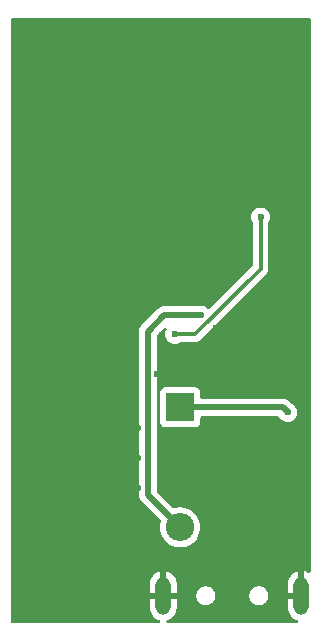
<source format=gbl>
G04 #@! TF.GenerationSoftware,KiCad,Pcbnew,8.0.0*
G04 #@! TF.CreationDate,2024-06-27T16:52:22+02:00*
G04 #@! TF.ProjectId,BatteryBridge,42617474-6572-4794-9272-696467652e6b,rev?*
G04 #@! TF.SameCoordinates,Original*
G04 #@! TF.FileFunction,Copper,L2,Bot*
G04 #@! TF.FilePolarity,Positive*
%FSLAX46Y46*%
G04 Gerber Fmt 4.6, Leading zero omitted, Abs format (unit mm)*
G04 Created by KiCad (PCBNEW 8.0.0) date 2024-06-27 16:52:22*
%MOMM*%
%LPD*%
G01*
G04 APERTURE LIST*
G04 #@! TA.AperFunction,ComponentPad*
%ADD10R,2.400000X2.400000*%
G04 #@! TD*
G04 #@! TA.AperFunction,ComponentPad*
%ADD11O,2.400000X2.400000*%
G04 #@! TD*
G04 #@! TA.AperFunction,ComponentPad*
%ADD12O,1.300000X3.200000*%
G04 #@! TD*
G04 #@! TA.AperFunction,ViaPad*
%ADD13C,0.600000*%
G04 #@! TD*
G04 #@! TA.AperFunction,Conductor*
%ADD14C,0.300000*%
G04 #@! TD*
G04 #@! TA.AperFunction,Conductor*
%ADD15C,0.508000*%
G04 #@! TD*
G04 APERTURE END LIST*
D10*
X75700000Y-70670000D03*
D11*
X75700000Y-80830000D03*
D12*
X85951000Y-86614000D03*
X74251000Y-86614000D03*
D13*
X77978000Y-80518000D03*
X74168000Y-64516000D03*
X73406000Y-62230000D03*
X83820000Y-64262000D03*
X83820000Y-62484000D03*
X77470000Y-53086000D03*
X75438000Y-45466000D03*
X75438000Y-42418000D03*
X81280000Y-48006000D03*
X83820000Y-48006000D03*
X81280000Y-45974000D03*
X83820000Y-45974000D03*
X83820000Y-42418000D03*
X80518000Y-42418000D03*
X77470000Y-42418000D03*
X80518000Y-40132000D03*
X77470000Y-40132000D03*
X77470000Y-38100000D03*
X80518000Y-38100000D03*
X83820000Y-38100000D03*
X86106000Y-38100000D03*
X86106000Y-41148000D03*
X86106000Y-44196000D03*
X86106000Y-48006000D03*
X86106000Y-51054000D03*
X86106000Y-53848000D03*
X86106000Y-60198000D03*
X86106000Y-62484000D03*
X86106000Y-65786000D03*
X86106000Y-69342000D03*
X85344000Y-83058000D03*
X85344000Y-80518000D03*
X79248000Y-69342000D03*
X83820000Y-69342000D03*
X83820000Y-74422000D03*
X83820000Y-72136000D03*
X76962000Y-77470000D03*
X76962000Y-74930000D03*
X76962000Y-72644000D03*
X74676000Y-72644000D03*
X74930000Y-74930000D03*
X74930000Y-77470000D03*
X74422000Y-83312000D03*
X83312000Y-85852000D03*
X81026000Y-85852000D03*
X78994000Y-85852000D03*
X75946000Y-85852000D03*
X83312000Y-87884000D03*
X81026000Y-87884000D03*
X78994000Y-87884000D03*
X75946000Y-87884000D03*
X72136000Y-87884000D03*
X72136000Y-85090000D03*
X72136000Y-82550000D03*
X72136000Y-80010000D03*
X72136000Y-77470000D03*
X72136000Y-74930000D03*
X72136000Y-72390000D03*
X72136000Y-49530000D03*
X72136000Y-46990000D03*
X72136000Y-44450000D03*
X72136000Y-39370000D03*
X61976000Y-39370000D03*
X61976000Y-41910000D03*
X61976000Y-44450000D03*
X61976000Y-46990000D03*
X61976000Y-49530000D03*
X61976000Y-52070000D03*
X61976000Y-54610000D03*
X61976000Y-57150000D03*
X61976000Y-59690000D03*
X61976000Y-62230000D03*
X61976000Y-64770000D03*
X61976000Y-67310000D03*
X61976000Y-69850000D03*
X61976000Y-72390000D03*
X61976000Y-74930000D03*
X61976000Y-77470000D03*
X61976000Y-80010000D03*
X61976000Y-82550000D03*
X61976000Y-85090000D03*
X61976000Y-87630000D03*
X67056000Y-87630000D03*
X67056000Y-85090000D03*
X67056000Y-82550000D03*
X67056000Y-80010000D03*
X67056000Y-77470000D03*
X67056000Y-74930000D03*
X67056000Y-72390000D03*
X67056000Y-69850000D03*
X67056000Y-67310000D03*
X67056000Y-64770000D03*
X67056000Y-62230000D03*
X67056000Y-59690000D03*
X67056000Y-57150000D03*
X67056000Y-54610000D03*
X67056000Y-52070000D03*
X67056000Y-49530000D03*
X67056000Y-46990000D03*
X67056000Y-44450000D03*
X67056000Y-41910000D03*
X67056000Y-39370000D03*
X75225000Y-64475000D03*
X77450000Y-62850000D03*
X82500000Y-54550000D03*
X84950000Y-58775000D03*
X84900000Y-59950000D03*
X83825000Y-59925000D03*
X83850000Y-58800000D03*
X76925000Y-59800000D03*
X76925000Y-58800000D03*
X75375000Y-59775000D03*
X75375000Y-58800000D03*
X83300000Y-52800000D03*
X83300000Y-49600000D03*
X84800000Y-71100000D03*
X73700000Y-54850000D03*
X78550000Y-74000000D03*
X78600000Y-71750000D03*
X81500000Y-68900000D03*
X77650000Y-68950000D03*
X78750000Y-63950000D03*
X73700000Y-67850000D03*
X78850000Y-76200000D03*
D14*
X76950000Y-64475000D02*
X82500000Y-58925000D01*
X75225000Y-64475000D02*
X76950000Y-64475000D01*
X82500000Y-58925000D02*
X82500000Y-54550000D01*
D15*
X72946000Y-64254000D02*
X72946000Y-78076000D01*
X77450000Y-62850000D02*
X74350000Y-62850000D01*
X72946000Y-78076000D02*
X75700000Y-80830000D01*
X74350000Y-62850000D02*
X72946000Y-64254000D01*
X84800000Y-71100000D02*
X84370000Y-70670000D01*
X84370000Y-70670000D02*
X75700000Y-70670000D01*
G04 #@! TA.AperFunction,Conductor*
G36*
X86684039Y-37738685D02*
G01*
X86729794Y-37791489D01*
X86741000Y-37843000D01*
X86741000Y-84573772D01*
X86721315Y-84640811D01*
X86668511Y-84686566D01*
X86599353Y-84696510D01*
X86558513Y-84681776D01*
X86558072Y-84682644D01*
X86392447Y-84598252D01*
X86392441Y-84598250D01*
X86220295Y-84542318D01*
X86220285Y-84542315D01*
X86201000Y-84539260D01*
X86201000Y-85469025D01*
X86165905Y-85433930D01*
X86086095Y-85387852D01*
X85997078Y-85364000D01*
X85904922Y-85364000D01*
X85815905Y-85387852D01*
X85736095Y-85433930D01*
X85701000Y-85469025D01*
X85701000Y-84539260D01*
X85681714Y-84542315D01*
X85681704Y-84542318D01*
X85509558Y-84598250D01*
X85509552Y-84598252D01*
X85348265Y-84680434D01*
X85201830Y-84786823D01*
X85073823Y-84914830D01*
X84967434Y-85061265D01*
X84885252Y-85222552D01*
X84885251Y-85222555D01*
X84829317Y-85394706D01*
X84801000Y-85573493D01*
X84801000Y-86364000D01*
X85601000Y-86364000D01*
X85601000Y-86864000D01*
X84801000Y-86864000D01*
X84801000Y-87654506D01*
X84829317Y-87833293D01*
X84885251Y-88005444D01*
X84885252Y-88005447D01*
X84967434Y-88166734D01*
X85073823Y-88313169D01*
X85201830Y-88441176D01*
X85348265Y-88547565D01*
X85509552Y-88629747D01*
X85509555Y-88629748D01*
X85596719Y-88658069D01*
X85654394Y-88697506D01*
X85681593Y-88761865D01*
X85669679Y-88830711D01*
X85622435Y-88882187D01*
X85558401Y-88900000D01*
X74643599Y-88900000D01*
X74576560Y-88880315D01*
X74530805Y-88827511D01*
X74520861Y-88758353D01*
X74549886Y-88694797D01*
X74605281Y-88658069D01*
X74692444Y-88629748D01*
X74692447Y-88629747D01*
X74853734Y-88547565D01*
X75000169Y-88441176D01*
X75128176Y-88313169D01*
X75234565Y-88166734D01*
X75316747Y-88005447D01*
X75316748Y-88005444D01*
X75372682Y-87833293D01*
X75401000Y-87654506D01*
X75401000Y-86864000D01*
X74601000Y-86864000D01*
X74601000Y-86693240D01*
X77046500Y-86693240D01*
X77077414Y-86848656D01*
X77077416Y-86848664D01*
X77138059Y-86995071D01*
X77138064Y-86995080D01*
X77226103Y-87126838D01*
X77226106Y-87126842D01*
X77338157Y-87238893D01*
X77338161Y-87238896D01*
X77469919Y-87326935D01*
X77469925Y-87326938D01*
X77469926Y-87326939D01*
X77616336Y-87387584D01*
X77771759Y-87418499D01*
X77771763Y-87418500D01*
X77771764Y-87418500D01*
X77930237Y-87418500D01*
X77930238Y-87418499D01*
X78085664Y-87387584D01*
X78232074Y-87326939D01*
X78363839Y-87238896D01*
X78475896Y-87126839D01*
X78563939Y-86995074D01*
X78624584Y-86848664D01*
X78655499Y-86693240D01*
X81546500Y-86693240D01*
X81577414Y-86848656D01*
X81577416Y-86848664D01*
X81638059Y-86995071D01*
X81638064Y-86995080D01*
X81726103Y-87126838D01*
X81726106Y-87126842D01*
X81838157Y-87238893D01*
X81838161Y-87238896D01*
X81969919Y-87326935D01*
X81969925Y-87326938D01*
X81969926Y-87326939D01*
X82116336Y-87387584D01*
X82271759Y-87418499D01*
X82271763Y-87418500D01*
X82271764Y-87418500D01*
X82430237Y-87418500D01*
X82430238Y-87418499D01*
X82585664Y-87387584D01*
X82732074Y-87326939D01*
X82863839Y-87238896D01*
X82975896Y-87126839D01*
X83063939Y-86995074D01*
X83124584Y-86848664D01*
X83155500Y-86693236D01*
X83155500Y-86534764D01*
X83124584Y-86379336D01*
X83063939Y-86232926D01*
X83063938Y-86232925D01*
X83063935Y-86232919D01*
X82975896Y-86101161D01*
X82975893Y-86101157D01*
X82863842Y-85989106D01*
X82863838Y-85989103D01*
X82732080Y-85901064D01*
X82732071Y-85901059D01*
X82585664Y-85840416D01*
X82585656Y-85840414D01*
X82430240Y-85809500D01*
X82430236Y-85809500D01*
X82271764Y-85809500D01*
X82271759Y-85809500D01*
X82116343Y-85840414D01*
X82116335Y-85840416D01*
X81969928Y-85901059D01*
X81969919Y-85901064D01*
X81838161Y-85989103D01*
X81838157Y-85989106D01*
X81726106Y-86101157D01*
X81726103Y-86101161D01*
X81638064Y-86232919D01*
X81638059Y-86232928D01*
X81577416Y-86379335D01*
X81577414Y-86379343D01*
X81546500Y-86534759D01*
X81546500Y-86693240D01*
X78655499Y-86693240D01*
X78655500Y-86693236D01*
X78655500Y-86534764D01*
X78624584Y-86379336D01*
X78563939Y-86232926D01*
X78563938Y-86232925D01*
X78563935Y-86232919D01*
X78475896Y-86101161D01*
X78475893Y-86101157D01*
X78363842Y-85989106D01*
X78363838Y-85989103D01*
X78232080Y-85901064D01*
X78232071Y-85901059D01*
X78085664Y-85840416D01*
X78085656Y-85840414D01*
X77930240Y-85809500D01*
X77930236Y-85809500D01*
X77771764Y-85809500D01*
X77771759Y-85809500D01*
X77616343Y-85840414D01*
X77616335Y-85840416D01*
X77469928Y-85901059D01*
X77469919Y-85901064D01*
X77338161Y-85989103D01*
X77338157Y-85989106D01*
X77226106Y-86101157D01*
X77226103Y-86101161D01*
X77138064Y-86232919D01*
X77138059Y-86232928D01*
X77077416Y-86379335D01*
X77077414Y-86379343D01*
X77046500Y-86534759D01*
X77046500Y-86693240D01*
X74601000Y-86693240D01*
X74601000Y-86364000D01*
X75401000Y-86364000D01*
X75401000Y-85573493D01*
X75372682Y-85394706D01*
X75316748Y-85222555D01*
X75316747Y-85222552D01*
X75234565Y-85061265D01*
X75128176Y-84914830D01*
X75000169Y-84786823D01*
X74853734Y-84680434D01*
X74692447Y-84598252D01*
X74692441Y-84598250D01*
X74520295Y-84542318D01*
X74520285Y-84542315D01*
X74501000Y-84539260D01*
X74501000Y-85469025D01*
X74465905Y-85433930D01*
X74386095Y-85387852D01*
X74297078Y-85364000D01*
X74204922Y-85364000D01*
X74115905Y-85387852D01*
X74036095Y-85433930D01*
X74001000Y-85469025D01*
X74001000Y-84539260D01*
X73981714Y-84542315D01*
X73981704Y-84542318D01*
X73809558Y-84598250D01*
X73809552Y-84598252D01*
X73648265Y-84680434D01*
X73501830Y-84786823D01*
X73373823Y-84914830D01*
X73267434Y-85061265D01*
X73185252Y-85222552D01*
X73185251Y-85222555D01*
X73129317Y-85394706D01*
X73101000Y-85573493D01*
X73101000Y-86364000D01*
X73901000Y-86364000D01*
X73901000Y-86864000D01*
X73101000Y-86864000D01*
X73101000Y-87654506D01*
X73129317Y-87833293D01*
X73185251Y-88005444D01*
X73185252Y-88005447D01*
X73267434Y-88166734D01*
X73373823Y-88313169D01*
X73501830Y-88441176D01*
X73648265Y-88547565D01*
X73809552Y-88629747D01*
X73809555Y-88629748D01*
X73896719Y-88658069D01*
X73954394Y-88697506D01*
X73981593Y-88761865D01*
X73969679Y-88830711D01*
X73922435Y-88882187D01*
X73858401Y-88900000D01*
X61465000Y-88900000D01*
X61397961Y-88880315D01*
X61352206Y-88827511D01*
X61341000Y-88776000D01*
X61341000Y-78150314D01*
X72191498Y-78150314D01*
X72220493Y-78296073D01*
X72220496Y-78296083D01*
X72277366Y-78433381D01*
X72277372Y-78433392D01*
X72359942Y-78556968D01*
X72359943Y-78556969D01*
X74033153Y-80230177D01*
X74066638Y-80291500D01*
X74066363Y-80345451D01*
X74013777Y-80575844D01*
X73994732Y-80829995D01*
X73994732Y-80830004D01*
X74013777Y-81084154D01*
X74013778Y-81084157D01*
X74070492Y-81332637D01*
X74163607Y-81569888D01*
X74291041Y-81790612D01*
X74449950Y-81989877D01*
X74636783Y-82163232D01*
X74847366Y-82306805D01*
X74847371Y-82306807D01*
X74847372Y-82306808D01*
X74847373Y-82306809D01*
X74969328Y-82365538D01*
X75076992Y-82417387D01*
X75076993Y-82417387D01*
X75076996Y-82417389D01*
X75320542Y-82492513D01*
X75572565Y-82530500D01*
X75827435Y-82530500D01*
X76079458Y-82492513D01*
X76323004Y-82417389D01*
X76552634Y-82306805D01*
X76763217Y-82163232D01*
X76950050Y-81989877D01*
X77108959Y-81790612D01*
X77236393Y-81569888D01*
X77329508Y-81332637D01*
X77386222Y-81084157D01*
X77405268Y-80830000D01*
X77386222Y-80575843D01*
X77329508Y-80327363D01*
X77236393Y-80090112D01*
X77108959Y-79869388D01*
X76950050Y-79670123D01*
X76763217Y-79496768D01*
X76552634Y-79353195D01*
X76552630Y-79353193D01*
X76552627Y-79353191D01*
X76552626Y-79353190D01*
X76323006Y-79242612D01*
X76323008Y-79242612D01*
X76079466Y-79167489D01*
X76079462Y-79167488D01*
X76079458Y-79167487D01*
X75958231Y-79149214D01*
X75827440Y-79129500D01*
X75827435Y-79129500D01*
X75572565Y-79129500D01*
X75572559Y-79129500D01*
X75415609Y-79153157D01*
X75320542Y-79167487D01*
X75320539Y-79167488D01*
X75320529Y-79167490D01*
X75226835Y-79196391D01*
X75156972Y-79197341D01*
X75102605Y-79165581D01*
X73736819Y-77799794D01*
X73703334Y-77738471D01*
X73700500Y-77712113D01*
X73700500Y-71917870D01*
X73999500Y-71917870D01*
X73999501Y-71917876D01*
X74005908Y-71977483D01*
X74056202Y-72112328D01*
X74056206Y-72112335D01*
X74142452Y-72227544D01*
X74142455Y-72227547D01*
X74257664Y-72313793D01*
X74257671Y-72313797D01*
X74392517Y-72364091D01*
X74392516Y-72364091D01*
X74399444Y-72364835D01*
X74452127Y-72370500D01*
X76947872Y-72370499D01*
X77007483Y-72364091D01*
X77142331Y-72313796D01*
X77257546Y-72227546D01*
X77343796Y-72112331D01*
X77394091Y-71977483D01*
X77400500Y-71917873D01*
X77400500Y-71548500D01*
X77420185Y-71481461D01*
X77472989Y-71435706D01*
X77524500Y-71424500D01*
X83989956Y-71424500D01*
X84056995Y-71444185D01*
X84094950Y-71482528D01*
X84170184Y-71602262D01*
X84297738Y-71729816D01*
X84450478Y-71825789D01*
X84620745Y-71885368D01*
X84620750Y-71885369D01*
X84799996Y-71905565D01*
X84800000Y-71905565D01*
X84800004Y-71905565D01*
X84979249Y-71885369D01*
X84979252Y-71885368D01*
X84979255Y-71885368D01*
X85149522Y-71825789D01*
X85302262Y-71729816D01*
X85429816Y-71602262D01*
X85525789Y-71449522D01*
X85585368Y-71279255D01*
X85605565Y-71100000D01*
X85585368Y-70920745D01*
X85525789Y-70750478D01*
X85429816Y-70597738D01*
X85302262Y-70470184D01*
X85149522Y-70374211D01*
X85149521Y-70374210D01*
X85143627Y-70370507D01*
X85144131Y-70369704D01*
X85118640Y-70351615D01*
X84850969Y-70083943D01*
X84850968Y-70083942D01*
X84809773Y-70056417D01*
X84727389Y-70001370D01*
X84727386Y-70001368D01*
X84727385Y-70001368D01*
X84646955Y-69968053D01*
X84590080Y-69944495D01*
X84565894Y-69939684D01*
X84444314Y-69915499D01*
X84444312Y-69915499D01*
X84295688Y-69915499D01*
X84289574Y-69915499D01*
X84289554Y-69915500D01*
X77524499Y-69915500D01*
X77457460Y-69895815D01*
X77411705Y-69843011D01*
X77400499Y-69791500D01*
X77400499Y-69422129D01*
X77400498Y-69422123D01*
X77400497Y-69422116D01*
X77394091Y-69362517D01*
X77343796Y-69227669D01*
X77343795Y-69227668D01*
X77343793Y-69227664D01*
X77257547Y-69112455D01*
X77257544Y-69112452D01*
X77142335Y-69026206D01*
X77142328Y-69026202D01*
X77007482Y-68975908D01*
X77007483Y-68975908D01*
X76947883Y-68969501D01*
X76947881Y-68969500D01*
X76947873Y-68969500D01*
X76947864Y-68969500D01*
X74452129Y-68969500D01*
X74452123Y-68969501D01*
X74392516Y-68975908D01*
X74257671Y-69026202D01*
X74257664Y-69026206D01*
X74142455Y-69112452D01*
X74142452Y-69112455D01*
X74056206Y-69227664D01*
X74056202Y-69227671D01*
X74005908Y-69362517D01*
X73999501Y-69422116D01*
X73999501Y-69422123D01*
X73999500Y-69422135D01*
X73999500Y-71917870D01*
X73700500Y-71917870D01*
X73700500Y-64617886D01*
X73720185Y-64550847D01*
X73736819Y-64530205D01*
X73971279Y-64295745D01*
X74325704Y-63941319D01*
X74387025Y-63907836D01*
X74456716Y-63912820D01*
X74512650Y-63954691D01*
X74537067Y-64020156D01*
X74522215Y-64088429D01*
X74518378Y-64094973D01*
X74499211Y-64125477D01*
X74439631Y-64295745D01*
X74439630Y-64295750D01*
X74419435Y-64474996D01*
X74419435Y-64475003D01*
X74439630Y-64654249D01*
X74439631Y-64654254D01*
X74499211Y-64824523D01*
X74595184Y-64977262D01*
X74722738Y-65104816D01*
X74875478Y-65200789D01*
X75045739Y-65260366D01*
X75045745Y-65260368D01*
X75045750Y-65260369D01*
X75224996Y-65280565D01*
X75225000Y-65280565D01*
X75225004Y-65280565D01*
X75404249Y-65260369D01*
X75404251Y-65260368D01*
X75404255Y-65260368D01*
X75404258Y-65260366D01*
X75404262Y-65260366D01*
X75494377Y-65228832D01*
X75574522Y-65200789D01*
X75664096Y-65144505D01*
X75730068Y-65125500D01*
X77014071Y-65125500D01*
X77098615Y-65108682D01*
X77139744Y-65100501D01*
X77258127Y-65051465D01*
X77364669Y-64980277D01*
X83005276Y-59339670D01*
X83076465Y-59233127D01*
X83125501Y-59114744D01*
X83150500Y-58989069D01*
X83150500Y-55055067D01*
X83169507Y-54989094D01*
X83225788Y-54899524D01*
X83285368Y-54729254D01*
X83285369Y-54729249D01*
X83305565Y-54550003D01*
X83305565Y-54549996D01*
X83285369Y-54370750D01*
X83285368Y-54370745D01*
X83225788Y-54200476D01*
X83129815Y-54047737D01*
X83002262Y-53920184D01*
X82849523Y-53824211D01*
X82679254Y-53764631D01*
X82679249Y-53764630D01*
X82500004Y-53744435D01*
X82499996Y-53744435D01*
X82320750Y-53764630D01*
X82320745Y-53764631D01*
X82150476Y-53824211D01*
X81997737Y-53920184D01*
X81870184Y-54047737D01*
X81774211Y-54200476D01*
X81714631Y-54370745D01*
X81714630Y-54370750D01*
X81694435Y-54549996D01*
X81694435Y-54550003D01*
X81714630Y-54729249D01*
X81714631Y-54729254D01*
X81774211Y-54899524D01*
X81830493Y-54989094D01*
X81849500Y-55055067D01*
X81849500Y-58604191D01*
X81829815Y-58671230D01*
X81813181Y-58691872D01*
X78206246Y-62298806D01*
X78144923Y-62332291D01*
X78075231Y-62327307D01*
X78030884Y-62298806D01*
X77952262Y-62220184D01*
X77799523Y-62124211D01*
X77629254Y-62064631D01*
X77629249Y-62064630D01*
X77450004Y-62044435D01*
X77449996Y-62044435D01*
X77270750Y-62064630D01*
X77270737Y-62064633D01*
X77202415Y-62088541D01*
X77161460Y-62095500D01*
X74430446Y-62095500D01*
X74430426Y-62095499D01*
X74424312Y-62095499D01*
X74275688Y-62095499D01*
X74275686Y-62095499D01*
X74154105Y-62119684D01*
X74139540Y-62122581D01*
X74129918Y-62124495D01*
X74129917Y-62124495D01*
X74073045Y-62148052D01*
X74073045Y-62148053D01*
X73992611Y-62181370D01*
X73992609Y-62181371D01*
X73869033Y-62263941D01*
X73834169Y-62298806D01*
X73763941Y-62369034D01*
X73763939Y-62369036D01*
X72359943Y-63773030D01*
X72359942Y-63773031D01*
X72277372Y-63896607D01*
X72277366Y-63896618D01*
X72220496Y-64033916D01*
X72220493Y-64033926D01*
X72191499Y-64179685D01*
X72191499Y-64334425D01*
X72191500Y-64334446D01*
X72191500Y-77996552D01*
X72191499Y-77996578D01*
X72191499Y-78001688D01*
X72191499Y-78150312D01*
X72191499Y-78150314D01*
X72191498Y-78150314D01*
X61341000Y-78150314D01*
X61341000Y-37843000D01*
X61360685Y-37775961D01*
X61413489Y-37730206D01*
X61465000Y-37719000D01*
X86617000Y-37719000D01*
X86684039Y-37738685D01*
G37*
G04 #@! TD.AperFunction*
M02*

</source>
